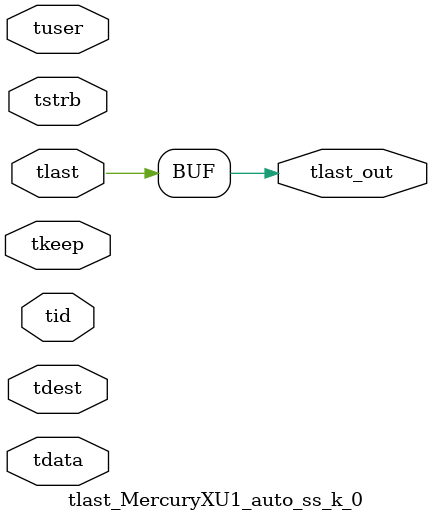
<source format=v>


`timescale 1ps/1ps

module tlast_MercuryXU1_auto_ss_k_0 #
(
parameter C_S_AXIS_TID_WIDTH   = 1,
parameter C_S_AXIS_TUSER_WIDTH = 0,
parameter C_S_AXIS_TDATA_WIDTH = 0,
parameter C_S_AXIS_TDEST_WIDTH = 0
)
(
input  [(C_S_AXIS_TID_WIDTH   == 0 ? 1 : C_S_AXIS_TID_WIDTH)-1:0       ] tid,
input  [(C_S_AXIS_TDATA_WIDTH == 0 ? 1 : C_S_AXIS_TDATA_WIDTH)-1:0     ] tdata,
input  [(C_S_AXIS_TUSER_WIDTH == 0 ? 1 : C_S_AXIS_TUSER_WIDTH)-1:0     ] tuser,
input  [(C_S_AXIS_TDEST_WIDTH == 0 ? 1 : C_S_AXIS_TDEST_WIDTH)-1:0     ] tdest,
input  [(C_S_AXIS_TDATA_WIDTH/8)-1:0 ] tkeep,
input  [(C_S_AXIS_TDATA_WIDTH/8)-1:0 ] tstrb,
input  [0:0]                                                             tlast,
output                                                                   tlast_out
);

assign tlast_out = {tlast};

endmodule


</source>
